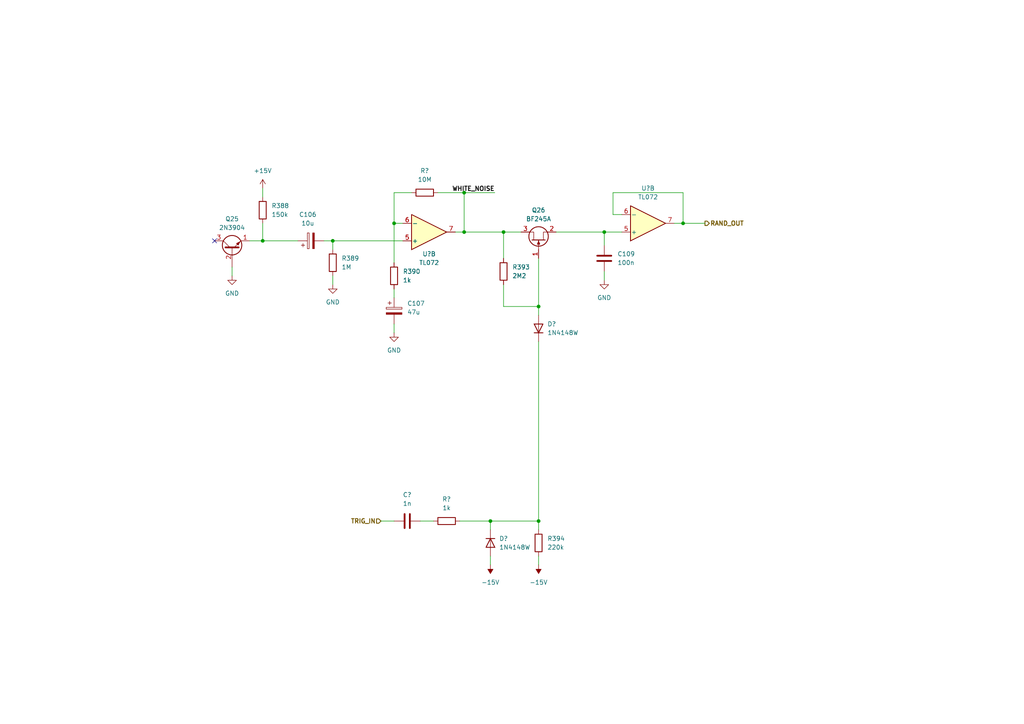
<source format=kicad_sch>
(kicad_sch (version 20230121) (generator eeschema)
  (paper "A4")
  (title_block (title "J.P. Fundrums") (date "2023-02-02") (rev "0") (comment 1 "creativecommons.org/licences/by/4.0/") (comment 2 "Licence: CC by 4.0") (comment 3 "Author: Jordan Aceto"))
  (lib_symbols
    (symbol "+15V_1" (power) (pin_names (offset 0))
      (property "Value" "+15V_1" (at 0 3.556 0))
      (symbol "+15V_1_0_1"
        (polyline (pts (xy -0.762 1.27) (xy 0 2.54)))
        (polyline (pts (xy 0 0) (xy 0 2.54)))
        (polyline (pts (xy 0 2.54) (xy 0.762 1.27)))
      )
      (symbol "+15V_1_1_1"
        (pin power_in line (at 0 0 90) (length 0) hide (name "+15V") (number "1"))
      )
    )
    (symbol "Amplifier_Operational:TL072" (pin_names (offset 0.127))
      (property "Reference" "U" (at 0 5.08 0))
      (property "Value" "TL072" (at 0 -5.08 0))
      (symbol "TL072_1_1"
        (polyline (pts (xy -5.08 5.08) (xy 5.08 0) (xy -5.08 -5.08) (xy -5.08 5.08)) (stroke (width 0.254)) (fill (type background)))
        (pin output line (at 7.62 0 180) (length 2.54) (name "~") (number "1"))
        (pin input line (at -7.62 -2.54 0) (length 2.54) (name "-") (number "2"))
        (pin input line (at -7.62 2.54 0) (length 2.54) (name "+") (number "3"))
      )
      (symbol "TL072_2_1"
        (polyline (pts (xy -5.08 5.08) (xy 5.08 0) (xy -5.08 -5.08) (xy -5.08 5.08)) (stroke (width 0.254)) (fill (type background)))
        (pin input line (at -7.62 2.54 0) (length 2.54) (name "+") (number "5"))
        (pin input line (at -7.62 -2.54 0) (length 2.54) (name "-") (number "6"))
        (pin output line (at 7.62 0 180) (length 2.54) (name "~") (number "7"))
      )
      (symbol "TL072_3_1"
        (pin power_in line (at -2.54 -7.62 90) (length 3.81) (name "V-") (number "4"))
        (pin power_in line (at -2.54 7.62 270) (length 3.81) (name "V+") (number "8"))
      )
    )
    (symbol "Device:C" (pin_numbers hide) (pin_names (offset 0.254))
      (property "Reference" "C" (at 0.635 2.54 0))
      (property "Value" "C" (at 0.635 -2.54 0))
      (symbol "C_0_1"
        (polyline (pts (xy -2.032 -0.762) (xy 2.032 -0.762)) (stroke (width 0.508)))
        (polyline (pts (xy -2.032 0.762) (xy 2.032 0.762)) (stroke (width 0.508)))
      )
      (symbol "C_1_1"
        (pin passive line (at 0 3.81 270) (length 2.794) (name "~") (number "1"))
        (pin passive line (at 0 -3.81 90) (length 2.794) (name "~") (number "2"))
      )
    )
    (symbol "Device:C_Polarized" (pin_numbers hide) (pin_names (offset 0.254))
      (property "Reference" "C" (at 0.635 2.54 0))
      (property "Value" "C_Polarized" (at 0.635 -2.54 0))
      (symbol "C_Polarized_0_1"
        (rectangle (start -2.286 0.508) (end 2.286 1.016))
        (polyline (pts (xy -1.778 2.286) (xy -0.762 2.286)))
        (polyline (pts (xy -1.27 2.794) (xy -1.27 1.778)))
        (rectangle (start 2.286 -0.508) (end -2.286 -1.016) (fill (type outline)))
      )
      (symbol "C_Polarized_1_1"
        (pin passive line (at 0 3.81 270) (length 2.794) (name "~") (number "1"))
        (pin passive line (at 0 -3.81 90) (length 2.794) (name "~") (number "2"))
      )
    )
    (symbol "Device:R" (pin_numbers hide) (pin_names (offset 0))
      (property "Reference" "R" (at 2.032 0 90))
      (property "Value" "R" (at 0 0 90))
      (symbol "R_0_1"
        (rectangle (start -1.016 -2.54) (end 1.016 2.54) (stroke (width 0.254)))
      )
      (symbol "R_1_1"
        (pin passive line (at 0 3.81 270) (length 1.27) (name "~") (number "1"))
        (pin passive line (at 0 -3.81 90) (length 1.27) (name "~") (number "2"))
      )
    )
    (symbol "Diode:1N4148W" (pin_numbers hide) (pin_names (offset 1.016) hide)
      (property "Reference" "D" (at 0 2.54 0))
      (property "Value" "1N4148W" (at 0 -2.54 0))
      (symbol "1N4148W_0_1"
        (polyline (pts (xy -1.27 1.27) (xy -1.27 -1.27)) (stroke (width 0.254)))
        (polyline (pts (xy 1.27 0) (xy -1.27 0)))
        (polyline (pts (xy 1.27 1.27) (xy 1.27 -1.27) (xy -1.27 0) (xy 1.27 1.27)) (stroke (width 0.254)))
      )
      (symbol "1N4148W_1_1"
        (pin passive line (at -3.81 0 0) (length 2.54) (name "K") (number "1"))
        (pin passive line (at 3.81 0 180) (length 2.54) (name "A") (number "2"))
      )
    )
    (symbol "GND_1" (power) (pin_names (offset 0))
      (property "Value" "GND_1" (at 0 -3.81 0))
      (symbol "GND_1_0_1"
        (polyline (pts (xy 0 0) (xy 0 -1.27) (xy 1.27 -1.27) (xy 0 -2.54) (xy -1.27 -1.27) (xy 0 -1.27)))
      )
      (symbol "GND_1_1_1"
        (pin power_in line (at 0 0 270) (length 0) hide (name "GND") (number "1"))
      )
    )
    (symbol "GND_2" (power) (pin_names (offset 0))
      (property "Value" "GND_2" (at 0 -3.81 0))
      (symbol "GND_2_0_1"
        (polyline (pts (xy 0 0) (xy 0 -1.27) (xy 1.27 -1.27) (xy 0 -2.54) (xy -1.27 -1.27) (xy 0 -1.27)))
      )
      (symbol "GND_2_1_1"
        (pin power_in line (at 0 0 270) (length 0) hide (name "GND") (number "1"))
      )
    )
    (symbol "Transistor_BJT:2N3904" (pin_names (offset 0) hide)
      (property "Reference" "Q" (at 5.08 1.905 0))
      (property "Value" "2N3904" (at 5.08 0 0))
      (symbol "2N3904_0_1"
        (polyline (pts (xy 0.635 0.635) (xy 2.54 2.54)))
        (polyline (pts (xy 0.635 -0.635) (xy 2.54 -2.54) (xy 2.54 -2.54)))
        (polyline (pts (xy 0.635 1.905) (xy 0.635 -1.905) (xy 0.635 -1.905)) (stroke (width 0.508)))
        (polyline (pts (xy 1.27 -1.778) (xy 1.778 -1.27) (xy 2.286 -2.286) (xy 1.27 -1.778) (xy 1.27 -1.778)) (fill (type outline)))
        (circle (center 1.27 0) (radius 2.8194) (stroke (width 0.254)))
      )
      (symbol "2N3904_1_1"
        (pin passive line (at 2.54 -5.08 90) (length 2.54) (name "E") (number "1"))
        (pin passive line (at -5.08 0 0) (length 5.715) (name "B") (number "2"))
        (pin passive line (at 2.54 5.08 270) (length 2.54) (name "C") (number "3"))
      )
    )
    (symbol "Transistor_FET:BF245A" (pin_names hide)
      (property "Reference" "Q" (at 5.08 1.905 0))
      (property "Value" "BF245A" (at 5.08 0 0))
      (symbol "BF245A_0_1"
        (polyline (pts (xy 0.254 0) (xy -2.54 0)))
        (polyline (pts (xy 0.254 1.905) (xy 0.254 -1.905)) (stroke (width 0.254)))
        (polyline (pts (xy 2.54 -2.54) (xy 2.54 -1.397) (xy 0.254 -1.397)))
        (polyline (pts (xy 2.54 2.54) (xy 2.54 1.397) (xy 0.254 1.397)))
        (polyline (pts (xy 0 0) (xy -1.016 0.381) (xy -1.016 -0.381) (xy 0 0)) (fill (type outline)))
        (circle (center 1.27 0) (radius 2.8194) (stroke (width 0.254)))
      )
      (symbol "BF245A_1_1"
        (pin input line (at -5.08 0 0) (length 2.54) (name "G") (number "1"))
        (pin passive line (at 2.54 -5.08 90) (length 2.54) (name "S") (number "2"))
        (pin passive line (at 2.54 5.08 270) (length 2.54) (name "D") (number "3"))
      )
    )
    (symbol "power:-15V" (power) (pin_names (offset 0))
      (property "Value" "-15V" (at 0 3.81 0))
      (symbol "-15V_0_0"
        (pin power_in line (at 0 0 90) (length 0) hide (name "-15V") (number "1"))
      )
      (symbol "-15V_0_1"
        (polyline (pts (xy 0 0) (xy 0 1.27) (xy 0.762 1.27) (xy 0 2.54) (xy -0.762 1.27) (xy 0 1.27)) (fill (type outline)))
      )
    )
  )
  (junction (at 134.62 67.31))
  (junction (at 134.62 55.88))
  (junction (at 114.3 64.77))
  (junction (at 175.26 67.31))
  (junction (at 96.52 69.85))
  (junction (at 142.24 151.13))
  (junction (at 156.21 151.13))
  (junction (at 156.21 88.9))
  (junction (at 198.12 64.77))
  (junction (at 76.2 69.85))
  (junction (at 146.05 67.31))
  (no_connect (at 62.23 69.85))
  (wire (pts (xy 175.26 78.74) (xy 175.26 81.28)))
  (wire (pts (xy 116.84 64.77) (xy 114.3 64.77)))
  (wire (pts (xy 134.62 67.31) (xy 146.05 67.31)))
  (wire (pts (xy 142.24 151.13) (xy 156.21 151.13)))
  (wire (pts (xy 180.34 62.23) (xy 177.8 62.23)))
  (wire (pts (xy 114.3 64.77) (xy 114.3 55.88)))
  (wire (pts (xy 76.2 69.85) (xy 72.39 69.85)))
  (wire (pts (xy 114.3 83.82) (xy 114.3 86.36)))
  (wire (pts (xy 121.92 151.13) (xy 125.73 151.13)))
  (wire (pts (xy 67.31 77.47) (xy 67.31 80.01)))
  (wire (pts (xy 156.21 161.29) (xy 156.21 163.83)))
  (wire (pts (xy 76.2 69.85) (xy 86.36 69.85)))
  (wire (pts (xy 156.21 88.9) (xy 156.21 74.93)))
  (wire (pts (xy 96.52 80.01) (xy 96.52 82.55)))
  (wire (pts (xy 133.35 151.13) (xy 142.24 151.13)))
  (wire (pts (xy 134.62 55.88) (xy 143.51 55.88)))
  (wire (pts (xy 161.29 67.31) (xy 175.26 67.31)))
  (wire (pts (xy 114.3 93.98) (xy 114.3 96.52)))
  (wire (pts (xy 132.08 67.31) (xy 134.62 67.31)))
  (wire (pts (xy 142.24 151.13) (xy 142.24 153.67)))
  (wire (pts (xy 146.05 82.55) (xy 146.05 88.9)))
  (wire (pts (xy 198.12 55.88) (xy 198.12 64.77)))
  (wire (pts (xy 114.3 55.88) (xy 119.38 55.88)))
  (wire (pts (xy 156.21 99.06) (xy 156.21 151.13)))
  (wire (pts (xy 175.26 67.31) (xy 180.34 67.31)))
  (wire (pts (xy 96.52 69.85) (xy 96.52 72.39)))
  (wire (pts (xy 175.26 67.31) (xy 175.26 71.12)))
  (wire (pts (xy 156.21 88.9) (xy 156.21 91.44)))
  (wire (pts (xy 134.62 67.31) (xy 134.62 55.88)))
  (wire (pts (xy 198.12 64.77) (xy 195.58 64.77)))
  (wire (pts (xy 76.2 64.77) (xy 76.2 69.85)))
  (wire (pts (xy 198.12 64.77) (xy 204.47 64.77)))
  (wire (pts (xy 146.05 67.31) (xy 146.05 74.93)))
  (wire (pts (xy 142.24 161.29) (xy 142.24 163.83)))
  (wire (pts (xy 177.8 55.88) (xy 198.12 55.88)))
  (wire (pts (xy 96.52 69.85) (xy 116.84 69.85)))
  (wire (pts (xy 93.98 69.85) (xy 96.52 69.85)))
  (wire (pts (xy 146.05 67.31) (xy 151.13 67.31)))
  (wire (pts (xy 127 55.88) (xy 134.62 55.88)))
  (wire (pts (xy 76.2 54.61) (xy 76.2 57.15)))
  (wire (pts (xy 177.8 62.23) (xy 177.8 55.88)))
  (wire (pts (xy 146.05 88.9) (xy 156.21 88.9)))
  (wire (pts (xy 114.3 64.77) (xy 114.3 76.2)))
  (wire (pts (xy 110.49 151.13) (xy 114.3 151.13)))
  (wire (pts (xy 156.21 151.13) (xy 156.21 153.67)))
  (label "WHITE_NOISE" (at 143.51 55.88 180) (effects (font bold)))
  (hierarchical_label "RAND_OUT" (shape output) (at 204.47 64.77 0) (effects (font bold)))
  (hierarchical_label "TRIG_IN" (shape input) (at 110.49 151.13 180) (effects (font bold)))
  (symbol (lib_id "Device:R") (at 96.52 76.2 0) (unit 1)
    (property "Reference" "R389" (at 99.06 74.93 0) (effects (justify left)))
    (property "Value" "1M" (at 99.06 77.47 0) (effects (justify left)))
  )
  (symbol (lib_id "Device:C_Polarized") (at 114.3 90.17 0) (unit 1)
    (property "Reference" "C107" (at 118.11 88.011 0) (effects (justify left)))
    (property "Value" "47u" (at 118.11 90.551 0) (effects (justify left)))
  )
  (symbol (lib_id "power:-15V") (at 142.24 163.83 180) (unit 1)
    (property "Reference" "#PWR074" (effects hide))
    (property "Value" "-15V" (at 142.24 168.91 0))
  )
  (symbol (lib_id "Device:C") (at 175.26 74.93 0) (unit 1)
    (property "Reference" "C109" (at 179.07 73.66 0) (effects (justify left)))
    (property "Value" "100n" (at 179.07 76.2 0) (effects (justify left)))
  )
  (symbol (lib_id "Device:C") (at 118.11 151.13 90) (unit 1)
    (property "Reference" "C?" (at 118.11 143.51 90))
    (property "Value" "1n" (at 118.11 146.05 90))
    (instances (project "fundrums" (path "" (reference "C?") (unit 1)) (path "" (reference "C?") (unit 1)) (path "" (reference "C?") (unit 1)) (path "" (reference "C?") (unit 1)) (path "" (reference "C108") (unit 1))))
  )
  (symbol (lib_id "Device:R") (at 156.21 157.48 0) (unit 1)
    (property "Reference" "R394" (at 158.75 156.21 0) (effects (justify left)))
    (property "Value" "220k" (at 158.75 158.75 0) (effects (justify left)))
  )
  (symbol (lib_id "Amplifier_Operational:TL072") (at 124.46 67.31 0) (mirror x) (unit 2)
    (property "Reference" "U?" (at 124.46 73.66 0))
    (property "Value" "TL072" (at 124.46 76.2 0))
    (property "Datasheet" "http://www.ti.com/lit/ds/symlink/tl071.pdf" (effects hide))
    (instances (project "fundrums" (path "" (reference "U?") (unit 2)) (path "" (reference "U?") (unit 2)) (path "" (reference "U?") (unit 2)) (path "" (reference "U?") (unit 2)) (path "" (reference "U62") (unit 1))))
  )
  (symbol (lib_id "Device:R") (at 129.54 151.13 90) (unit 1)
    (property "Reference" "R?" (at 129.54 144.78 90))
    (property "Value" "1k" (at 129.54 147.32 90))
    (instances (project "fundrums" (path "" (reference "R?") (unit 1)) (path "" (reference "R?") (unit 1)) (path "" (reference "R?") (unit 1)) (path "" (reference "R?") (unit 1)) (path "" (reference "R392") (unit 1))))
  )
  (symbol (lib_id "Device:C_Polarized") (at 90.17 69.85 90) (unit 1)
    (property "Reference" "C106" (at 89.281 62.23 90))
    (property "Value" "10u" (at 89.281 64.77 90))
  )
  (symbol (lib_id "Device:R") (at 114.3 80.01 0) (unit 1)
    (property "Reference" "R390" (at 116.84 78.74 0) (effects (justify left)))
    (property "Value" "1k" (at 116.84 81.28 0) (effects (justify left)))
  )
  (symbol (lib_id "Diode:1N4148W") (at 156.21 95.25 90) (unit 1)
    (property "Reference" "D?" (at 158.75 93.98 90) (effects (justify right)))
    (property "Value" "1N4148W" (at 158.75 96.52 90) (effects (justify right)))
    (property "Footprint" "Diode_SMD:D_SOD-123" (effects hide))
    (property "Datasheet" "https://www.vishay.com/docs/85748/1n4148w.pdf" (effects hide))
    (instances (project "fundrums" (path "" (reference "D?") (unit 1)) (path "" (reference "D?") (unit 1)) (path "" (reference "D?") (unit 1)) (path "" (reference "D?") (unit 1)) (path "" (reference "D?") (unit 1)) (path "" (reference "D44") (unit 1))))
  )
  (symbol (lib_id "power:-15V") (at 156.21 163.83 180) (unit 1)
    (property "Reference" "#PWR073" (effects hide))
    (property "Value" "-15V" (at 156.21 168.91 0))
  )
  (symbol (lib_name "GND_2") (lib_id "power:GND") (at 175.26 81.28 0) (unit 1)
    (property "Reference" "#PWR070" (effects hide))
    (property "Value" "GND" (at 175.26 86.36 0))
  )
  (symbol (lib_id "Amplifier_Operational:TL072") (at 187.96 64.77 0) (mirror x) (unit 2)
    (property "Reference" "U?" (at 187.96 54.61 0))
    (property "Value" "TL072" (at 187.96 57.15 0))
    (property "Datasheet" "http://www.ti.com/lit/ds/symlink/tl071.pdf" (effects hide))
    (instances (project "fundrums" (path "" (reference "U?") (unit 2)) (path "" (reference "U?") (unit 2)) (path "" (reference "U?") (unit 2)) (path "" (reference "U?") (unit 2)) (path "" (reference "U62") (unit 2))))
  )
  (symbol (lib_id "Device:R") (at 123.19 55.88 90) (unit 1)
    (property "Reference" "R?" (at 123.19 49.53 90))
    (property "Value" "10M" (at 123.19 52.07 90))
    (instances (project "fundrums" (path "" (reference "R?") (unit 1)) (path "" (reference "R?") (unit 1)) (path "" (reference "R?") (unit 1)) (path "" (reference "R?") (unit 1)) (path "" (reference "R391") (unit 1))))
  )
  (symbol (lib_name "GND_1") (lib_id "power:GND") (at 67.31 80.01 0) (unit 1)
    (property "Reference" "#PWR03" (effects hide))
    (property "Value" "GND" (at 67.31 85.09 0))
  )
  (symbol (lib_id "Diode:1N4148W") (at 142.24 157.48 270) (unit 1)
    (property "Reference" "D?" (at 144.78 156.21 90) (effects (justify left)))
    (property "Value" "1N4148W" (at 144.78 158.75 90) (effects (justify left)))
    (property "Footprint" "Diode_SMD:D_SOD-123" (effects hide))
    (property "Datasheet" "https://www.vishay.com/docs/85748/1n4148w.pdf" (effects hide))
    (instances (project "fundrums" (path "" (reference "D?") (unit 1)) (path "" (reference "D?") (unit 1)) (path "" (reference "D?") (unit 1)) (path "" (reference "D?") (unit 1)) (path "" (reference "D?") (unit 1)) (path "" (reference "D43") (unit 1))))
  )
  (symbol (lib_id "Device:R") (at 76.2 60.96 0) (unit 1)
    (property "Reference" "R388" (at 78.74 59.69 0) (effects (justify left)))
    (property "Value" "150k" (at 78.74 62.23 0) (effects (justify left)))
  )
  (symbol (lib_name "+15V_1") (lib_id "power:+15V") (at 76.2 54.61 0) (unit 1)
    (property "Reference" "#PWR040" (effects hide))
    (property "Value" "+15V" (at 76.2 49.53 0))
  )
  (symbol (lib_name "GND_1") (lib_id "power:GND") (at 96.52 82.55 0) (unit 1)
    (property "Reference" "#PWR068" (effects hide))
    (property "Value" "GND" (at 96.52 87.63 0))
  )
  (symbol (lib_id "Device:R") (at 146.05 78.74 0) (unit 1)
    (property "Reference" "R393" (at 148.59 77.47 0) (effects (justify left)))
    (property "Value" "2M2" (at 148.59 80.01 0) (effects (justify left)))
  )
  (symbol (lib_name "GND_1") (lib_id "power:GND") (at 114.3 96.52 0) (unit 1)
    (property "Reference" "#PWR069" (effects hide))
    (property "Value" "GND" (at 114.3 101.6 0))
  )
  (symbol (lib_id "Transistor_FET:BF245A") (at 156.21 69.85 90) (unit 1)
    (property "Reference" "Q26" (at 156.21 60.96 90))
    (property "Value" "BF245A" (at 156.21 63.5 90))
    (property "Footprint" "Package_TO_SOT_THT:TO-92_Inline" (effects hide))
    (property "Datasheet" "https://www.onsemi.com/pub/Collateral/BF245A-D.PDF" (effects hide))
  )
  (symbol (lib_id "Transistor_BJT:2N3904") (at 67.31 72.39 90) (unit 1)
    (property "Reference" "Q25" (at 67.31 63.5 90))
    (property "Value" "2N3904" (at 67.31 66.04 90))
    (property "Footprint" "Package_TO_SOT_THT:TO-92_Inline" (effects hide))
    (property "Datasheet" "https://www.onsemi.com/pub/Collateral/2N3903-D.PDF" (effects hide))
  )
)
</source>
